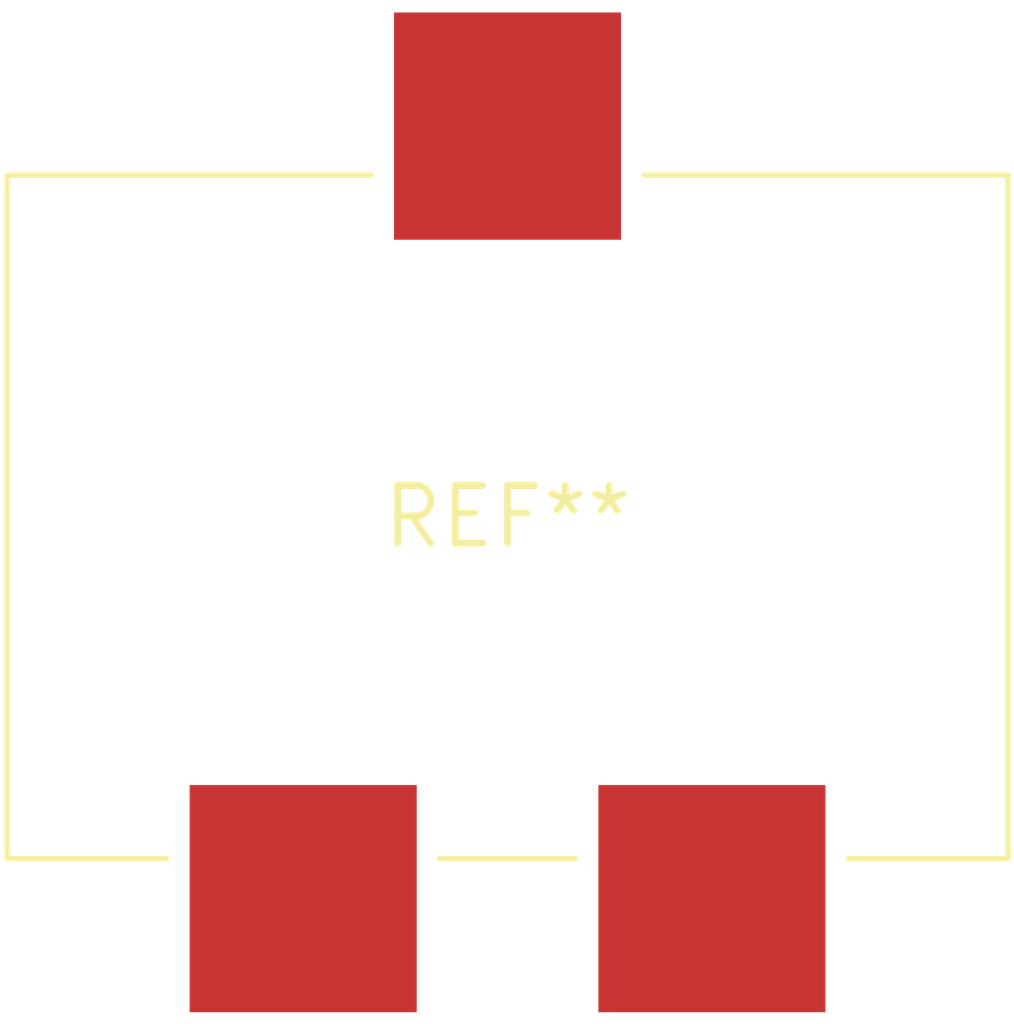
<source format=kicad_pcb>
(kicad_pcb (version 20240108) (generator pcbnew)
  (layers (0 "F.Cu" signal) (31 "B.Cu" signal) (34 "B.Paste" user) (35 "F.Paste" user) (36 "B.SilkS" user "B.Silkscreen") (37 "F.SilkS" user "F.Silkscreen") (38 "B.Mask" user) (39 "F.Mask" user) (44 "Edge.Cuts" user))
  (net 0 "")
  (footprint "L_Wuerth_HCF-2013" (layer "F.Cu") (at 0 0)
    (property "Reference" "REF**")
    (property "Value" "L_Wuerth_HCF-2013")
    (fp_line (start -11.02 -7.52) (end -3 -7.52) (layer "F.SilkS") (stroke (width 0.12)))
    (fp_line (start -11.02 7.52) (end -11.02 -7.52) (layer "F.SilkS") (stroke (width 0.12)))
    (fp_line (start -7.5 7.52) (end -11.02 7.52) (layer "F.SilkS") (stroke (width 0.12)))
    (fp_line (start 1.5 7.52) (end -1.5 7.52) (layer "F.SilkS") (stroke (width 0.12)))
    (fp_line (start 3 -7.52) (end 11.02 -7.52) (layer "F.SilkS") (stroke (width 0.12)))
    (fp_line (start 11.02 -7.52) (end 11.02 7.52) (layer "F.SilkS") (stroke (width 0.12)))
    (fp_line (start 11.02 7.52) (end 7.5 7.52) (layer "F.SilkS") (stroke (width 0.12)))
    (pad "" smd rect (at 0 -8.6) (size 5 5) (layers "F.Cu" "F.Paste" "F.Mask"))
    (pad "1" smd rect (at -4.5 8.4) (size 5 5) (layers "F.Cu" "F.Paste" "F.Mask"))
    (pad "2" smd rect (at 4.5 8.4) (size 5 5) (layers "F.Cu" "F.Paste" "F.Mask"))
  )
)
</source>
